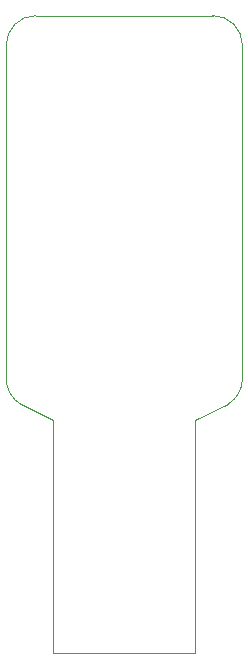
<source format=gbr>
%TF.GenerationSoftware,KiCad,Pcbnew,9.0.0+1*%
%TF.CreationDate,2025-04-22T18:27:58+02:00*%
%TF.ProjectId,ts13a_dev_kit,74733133-615f-4646-9576-5f6b69742e6b,rev?*%
%TF.SameCoordinates,Original*%
%TF.FileFunction,Profile,NP*%
%FSLAX46Y46*%
G04 Gerber Fmt 4.6, Leading zero omitted, Abs format (unit mm)*
G04 Created by KiCad (PCBNEW 9.0.0+1) date 2025-04-22 18:27:58*
%MOMM*%
%LPD*%
G01*
G04 APERTURE LIST*
%TA.AperFunction,Profile*%
%ADD10C,0.050000*%
%TD*%
%TA.AperFunction,Profile*%
%ADD11C,0.120000*%
%TD*%
G04 APERTURE END LIST*
D10*
X137500000Y-50000000D02*
X122500000Y-50000000D01*
X138749999Y-82915064D02*
X136000000Y-84250000D01*
X136000000Y-96000000D02*
X136000000Y-84250000D01*
X124000000Y-84250000D02*
X124000000Y-95995000D01*
X120000000Y-52500000D02*
G75*
G02*
X122500000Y-50000000I2500000J0D01*
G01*
X121250000Y-82915064D02*
G75*
G02*
X120000000Y-80750000I1250000J2165064D01*
G01*
X140000000Y-80750000D02*
G75*
G02*
X138750000Y-82915064I-2500000J0D01*
G01*
X137500000Y-50000000D02*
G75*
G02*
X140000000Y-52500000I0J-2500000D01*
G01*
X120000000Y-52500000D02*
X120000000Y-80750000D01*
X140000000Y-80750000D02*
X140000000Y-52500000D01*
X121250000Y-82915063D02*
X124000000Y-84250000D01*
D11*
%TO.C,J1*%
X136000000Y-95995000D02*
X136000000Y-103995000D01*
X136000000Y-103995000D02*
X124000000Y-103995000D01*
X124000000Y-103995000D02*
X124000000Y-95995000D01*
%TD*%
M02*

</source>
